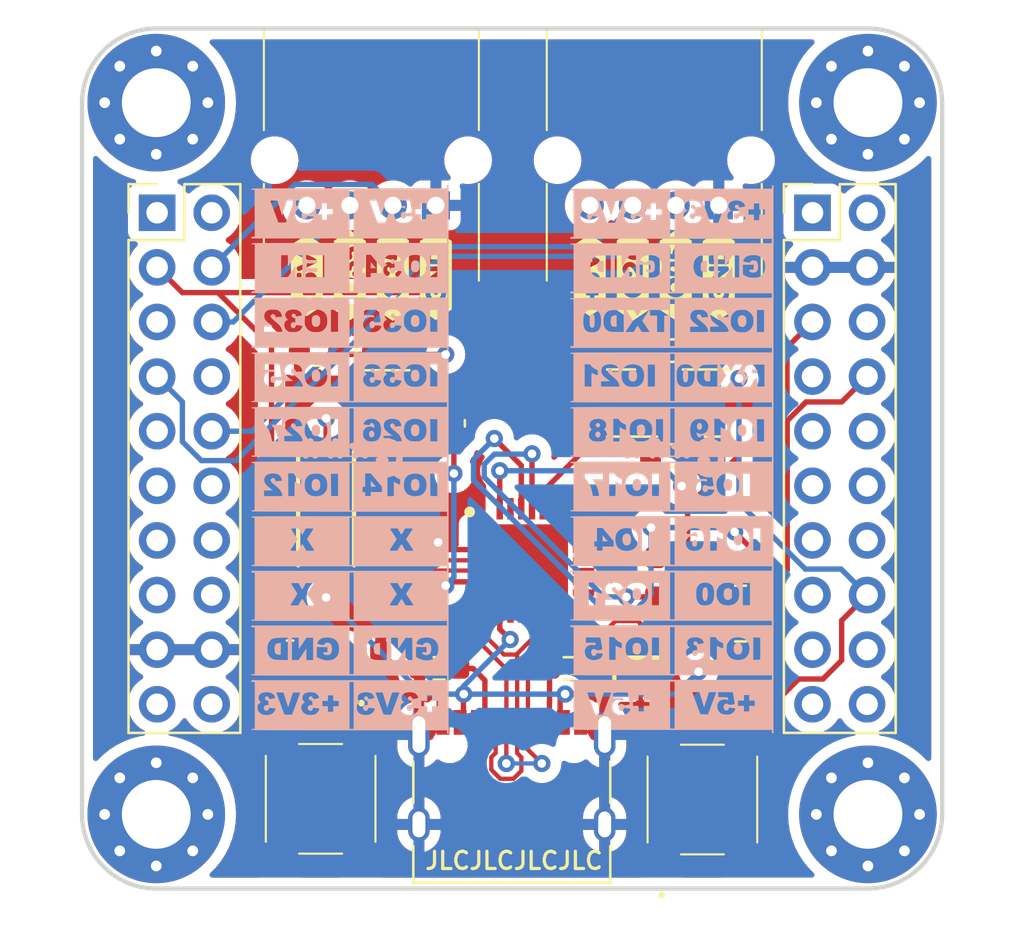
<source format=kicad_pcb>
(kicad_pcb (version 20221018) (generator pcbnew)
  (layers (0 "F.Cu" signal) (1 "In1.Cu" signal) (2 "In2.Cu" signal) (3 "In3.Cu" signal) (4 "In4.Cu" signal) (31 "B.Cu" signal) (34 "B.Paste" user) (35 "F.Paste" user) (36 "B.SilkS" user "B.Silkscreen") (37 "F.SilkS" user "F.Silkscreen") (38 "B.Mask" user) (39 "F.Mask" user) (44 "Edge.Cuts" user))
  (net 0 "")
  (net 1 "+5V")
  (net 2 "GND")
  (net 3 "+3V3")
  (net 4 "/EN")
  (net 5 "Net-(C5-Pad1)")
  (net 6 "/VBUS")
  (net 7 "Net-(C3-Pad1)")
  (net 9 "Net-(D4-Pad1)")
  (net 10 "/DTR")
  (net 11 "/RTS")
  (net 12 "/TXD0")
  (net 18 "Net-(J1-PadA5)")
  (net 20 "Net-(J1-PadB5)")
  (net 21 "/D_+")
  (net 22 "/IO34")
  (net 23 "/IO32")
  (net 24 "/IO35")
  (net 25 "/IO25")
  (net 26 "/IO33")
  (net 27 "/IO27")
  (net 28 "/IO26")
  (net 29 "/IO12")
  (net 30 "/IO14")
  (net 35 "/IO22")
  (net 36 "/IO21")
  (net 37 "/RXD0")
  (net 38 "/IO18")
  (net 39 "/IO19")
  (net 40 "/IO17")
  (net 41 "/IO5")
  (net 42 "/IO4")
  (net 43 "/IO16")
  (net 44 "/IO2")
  (net 45 "/IO0")
  (net 46 "/IO15")
  (net 47 "/IO13")
  (net 48 "Net-(Q1-Pad1)")
  (net 49 "Net-(Q2-Pad1)")
  (net 50 "/D_-")
  (net 60 "unconnected-(IC1-Pad21)")
  (net 62 "/CTS")
  (net 63 "Net-(IC1-Pad25)")
  (net 64 "Net-(IC1-Pad26)")
  (net 65 "/DSR")
  (net 68 "Net-(R10-Pad2)")
  (footprint "Resistor_SMD:R_0603_1608Metric_Pad0.98x0.95mm_HandSolder" (layer "F.Cu") (at 153.0858 101.8032)
    (fp_text reference "R3" hide)
    (fp_text value "470")
    (pad "1" smd roundrect (at -0.9125 0) (size 0.975 0.95) (layers "F.Cu" "F.Paste" "F.Mask") (net 68 "Net-(R10-Pad2)"))
    (pad "2" smd roundrect (at 0.9125 0) (size 0.975 0.95) (layers "F.Cu" "F.Paste" "F.Mask") (net 64 "Net-(IC1-Pad26)"))
  )
  (footprint "kibuzzard-642F6DD4" (layer "F.Cu") (at 146.0698 88.3666 90)
    (fp_text reference "kibuzzard-642F6DD4" hide)
    (fp_text value "G***" hide)
  )
  (footprint "kibuzzard-642F6DEF" (layer "F.Cu") (at 136.9126 88.3666 90)
    (fp_text reference "kibuzzard-642F6DEF" hide)
    (fp_text value "G***" hide)
  )
  (footprint "kibuzzard-642F6DD4" (layer "F.Cu") (at 132.9126 88.3666 90)
    (fp_text reference "kibuzzard-642F6DD4" hide)
    (fp_text value "G***" hide)
  )
  (footprint "MountingHole:MountingHole_3.2mm_M3_Pad_Via" (layer "F.Cu") (at 159.0078 80.3402)
    (fp_text reference "H2" hide)
    (fp_text value "MountingHole")
    (pad "1" thru_hole circle (at -2.4 0) (size 0.8 0.8) (drill 0.5) (layers "*.Cu" "*.Mask"))
    (pad "1" thru_hole circle (at -1.697056 -1.697056) (size 0.8 0.8) (drill 0.5) (layers "*.Cu" "*.Mask"))
    (pad "1" thru_hole circle (at -1.697056 1.697056) (size 0.8 0.8) (drill 0.5) (layers "*.Cu" "*.Mask"))
    (pad "1" thru_hole circle (at 0 -2.4) (size 0.8 0.8) (drill 0.5) (layers "*.Cu" "*.Mask"))
    (pad "1" thru_hole circle (at 0 0) (size 6.4 6.4) (drill 3.2) (layers "*.Cu" "*.Mask"))
    (pad "1" thru_hole circle (at 0 2.4) (size 0.8 0.8) (drill 0.5) (layers "*.Cu" "*.Mask"))
    (pad "1" thru_hole circle (at 1.697056 -1.697056) (size 0.8 0.8) (drill 0.5) (layers "*.Cu" "*.Mask"))
    (pad "1" thru_hole circle (at 1.697056 1.697056) (size 0.8 0.8) (drill 0.5) (layers "*.Cu" "*.Mask"))
    (pad "1" thru_hole circle (at 2.4 0) (size 0.8 0.8) (drill 0.5) (layers "*.Cu" "*.Mask"))
  )
  (footprint "MountingHole:MountingHole_3.2mm_M3_Pad_Via" (layer "F.Cu") (at 125.9078 113.4402)
    (fp_text reference "H3" hide)
    (fp_text value "MountingHole")
    (pad "1" thru_hole circle (at -2.4 0) (size 0.8 0.8) (drill 0.5) (layers "*.Cu" "*.Mask"))
    (pad "1" thru_hole circle (at -1.697056 -1.697056) (size 0.8 0.8) (drill 0.5) (layers "*.Cu" "*.Mask"))
    (pad "1" thru_hole circle (at -1.697056 1.697056) (size 0.8 0.8) (drill 0.5) (layers "*.Cu" "*.Mask"))
    (pad "1" thru_hole circle (at 0 -2.4) (size 0.8 0.8) (drill 0.5) (layers "*.Cu" "*.Mask"))
    (pad "1" thru_hole circle (at 0 0) (size 6.4 6.4) (drill 3.2) (layers "*.Cu" "*.Mask"))
    (pad "1" thru_hole circle (at 0 2.4) (size 0.8 0.8) (drill 0.5) (layers "*.Cu" "*.Mask"))
    (pad "1" thru_hole circle (at 1.697056 -1.697056) (size 0.8 0.8) (drill 0.5) (layers "*.Cu" "*.Mask"))
    (pad "1" thru_hole circle (at 1.697056 1.697056) (size 0.8 0.8) (drill 0.5) (layers "*.Cu" "*.Mask"))
    (pad "1" thru_hole circle (at 2.4 0) (size 0.8 0.8) (drill 0.5) (layers "*.Cu" "*.Mask"))
  )
  (footprint "Connector_PinHeader_2.54mm:PinHeader_2x10_P2.54mm_Vertical" (layer "F.Cu") (at 156.4278 85.4602)
    (fp_text reference "J3" hide)
    (fp_text value "Conn_02x10_Odd_Even")
    (pad "1" thru_hole rect (at 0 0) (size 1.7 1.7) (drill 1) (layers "*.Cu" "*.Mask") (net 3 "+3V3"))
    (pad "2" thru_hole oval (at 2.54 0) (size 1.7 1.7) (drill 1) (layers "*.Cu" "*.Mask") (net 3 "+3V3"))
    (pad "3" thru_hole oval (at 0 2.54) (size 1.7 1.7) (drill 1) (layers "*.Cu" "*.Mask") (net 2 "GND"))
    (pad "4" thru_hole oval (at 2.54 2.54) (size 1.7 1.7) (drill 1) (layers "*.Cu" "*.Mask") (net 2 "GND"))
    (pad "5" thru_hole oval (at 0 5.08) (size 1.7 1.7) (drill 1) (layers "*.Cu" "*.Mask") (net 12 "/TXD0"))
    (pad "6" thru_hole oval (at 2.54 5.08) (size 1.7 1.7) (drill 1) (layers "*.Cu" "*.Mask") (net 35 "/IO22"))
    (pad "7" thru_hole oval (at 0 7.62) (size 1.7 1.7) (drill 1) (layers "*.Cu" "*.Mask") (net 36 "/IO21"))
    (pad "8" thru_hole oval (at 2.54 7.62) (size 1.7 1.7) (drill 1) (layers "*.Cu" "*.Mask") (net 37 "/RXD0"))
    (pad "9" thru_hole oval (at 0 10.16) (size 1.7 1.7) (drill 1) (layers "*.Cu" "*.Mask") (net 38 "/IO18"))
    (pad "10" thru_hole oval (at 2.54 10.16) (size 1.7 1.7) (drill 1) (layers "*.Cu" "*.Mask") (net 39 "/IO19"))
    (pad "11" thru_hole oval (at 0 12.7) (size 1.7 1.7) (drill 1) (layers "*.Cu" "*.Mask") (net 40 "/IO17"))
    (pad "12" thru_hole oval (at 2.54 12.7) (size 1.7 1.7) (drill 1) (layers "*.Cu" "*.Mask") (net 41 "/IO5"))
    (pad "13" thru_hole oval (at 0 15.24) (size 1.7 1.7) (drill 1) (layers "*.Cu" "*.Mask") (net 42 "/IO4"))
    (pad "14" thru_hole oval (at 2.54 15.24) (size 1.7 1.7) (drill 1) (layers "*.Cu" "*.Mask") (net 43 "/IO16"))
    (pad "15" thru_hole oval (at 0 17.78) (size 1.7 1.7) (drill 1) (layers "*.Cu" "*.Mask") (net 44 "/IO2"))
    (pad "16" thru_hole oval (at 2.54 17.78) (size 1.7 1.7) (drill 1) (layers "*.Cu" "*.Mask") (net 45 "/IO0"))
    (pad "17" thru_hole oval (at 0 20.32) (size 1.7 1.7) (drill 1) (layers "*.Cu" "*.Mask") (net 46 "/IO15"))
    (pad "18" thru_hole oval (at 2.54 20.32) (size 1.7 1.7) (drill 1) (layers "*.Cu" "*.Mask") (net 47 "/IO13"))
    (pad "19" thru_hole oval (at 0 22.86) (size 1.7 1.7) (drill 1) (layers "*.Cu" "*.Mask") (net 1 "+5V"))
    (pad "20" thru_hole oval (at 2.54 22.86) (size 1.7 1.7) (drill 1) (layers "*.Cu" "*.Mask") (net 1 "+5V"))
  )
  (footprint "Resistor_SMD:R_0603_1608Metric_Pad0.98x0.95mm_HandSolder" (layer "F.Cu") (at 149.1215 102.4128 -90)
    (fp_text reference "R7" hide)
    (fp_text value "0")
    (pad "1" smd roundrect (at -0.9125 0 270) (size 0.975 0.95) (layers "F.Cu" "F.Paste" "F.Mask") (net 12 "/TXD0"))
    (pad "2" smd roundrect (at 0.9125 0 270) (size 0.975 0.95) (layers "F.Cu" "F.Paste" "F.Mask") (net 63 "Net-(IC1-Pad25)"))
  )
  (footprint "MountingHole:MountingHole_3.2mm_M3_Pad_Via" (layer "F.Cu") (at 159.0078 113.4402)
    (fp_text reference "H4" hide)
    (fp_text value "MountingHole")
    (pad "1" thru_hole circle (at -2.4 0) (size 0.8 0.8) (drill 0.5) (layers "*.Cu" "*.Mask"))
    (pad "1" thru_hole circle (at -1.697056 -1.697056) (size 0.8 0.8) (drill 0.5) (layers "*.Cu" "*.Mask"))
    (pad "1" thru_hole circle (at -1.697056 1.697056) (size 0.8 0.8) (drill 0.5) (layers "*.Cu" "*.Mask"))
    (pad "1" thru_hole circle (at 0 -2.4) (size 0.8 0.8) (drill 0.5) (layers "*.Cu" "*.Mask"))
    (pad "1" thru_hole circle (at 0 0) (size 6.4 6.4) (drill 3.2) (layers "*.Cu" "*.Mask"))
    (pad "1" thru_hole circle (at 0 2.4) (size 0.8 0.8) (drill 0.5) (layers "*.Cu" "*.Mask"))
    (pad "1" thru_hole circle (at 1.697056 -1.697056) (size 0.8 0.8) (drill 0.5) (layers "*.Cu" "*.Mask"))
    (pad "1" thru_hole circle (at 1.697056 1.697056) (size 0.8 0.8) (drill 0.5) (layers "*.Cu" "*.Mask"))
    (pad "1" thru_hole circle (at 2.4 0) (size 0.8 0.8) (drill 0.5) (layers "*.Cu" "*.Mask"))
  )
  (footprint "Package_TO_SOT_SMD:SOT-23" (layer "F.Cu") (at 152.0717 94.3102)
    (fp_text reference "Q1" hide)
    (fp_text value "SS8050")
    (pad "1" smd roundrect (at -0.9375 -0.95) (size 1.475 0.6) (layers "F.Cu" "F.Paste" "F.Mask") (net 48 "Net-(Q1-Pad1)"))
    (pad "2" smd roundrect (at -0.9375 0.95) (size 1.475 0.6) (layers "F.Cu" "F.Paste" "F.Mask") (net 10 "/DTR"))
    (pad "3" smd roundrect (at 0.9375 0) (size 1.475 0.6) (layers "F.Cu" "F.Paste" "F.Mask") (net 45 "/IO0"))
  )
  (footprint "Connector_PinHeader_2.54mm:PinHeader_2x10_P2.54mm_Vertical" (layer "F.Cu") (at 125.9478 85.4602)
    (fp_text reference "J2" hide)
    (fp_text value "Conn_02x10_Odd_Even")
    (pad "1" thru_hole rect (at 0 0) (size 1.7 1.7) (drill 1) (layers "*.Cu" "*.Mask") (net 1 "+5V"))
    (pad "2" thru_hole oval (at 2.54 0) (size 1.7 1.7) (drill 1) (layers "*.Cu" "*.Mask") (net 1 "+5V"))
    (pad "3" thru_hole oval (at 0 2.54) (size 1.7 1.7) (drill 1) (layers "*.Cu" "*.Mask") (net 4 "/EN"))
    (pad "4" thru_hole oval (at 2.54 2.54) (size 1.7 1.7) (drill 1) (layers "*.Cu" "*.Mask") (net 22 "/IO34"))
    (pad "5" thru_hole oval (at 0 5.08) (size 1.7 1.7) (drill 1) (layers "*.Cu" "*.Mask") (net 23 "/IO32"))
    (pad "6" thru_hole oval (at 2.54 5.08) (size 1.7 1.7) (drill 1) (layers "*.Cu" "*.Mask") (net 24 "/IO35"))
    (pad "7" thru_hole oval (at 0 7.62) (size 1.7 1.7) (drill 1) (layers "*.Cu" "*.Mask") (net 25 "/IO25"))
    (pad "8" thru_hole oval (at 2.54 7.62) (size 1.7 1.7) (drill 1) (layers "*.Cu" "*.Mask") (net 26 "/IO33"))
    (pad "9" thru_hole oval (at 0 10.16) (size 1.7 1.7) (drill 1) (layers "*.Cu" "*.Mask") (net 27 "/IO27"))
    (pad "10" thru_hole oval (at 2.54 10.16) (size 1.7 1.7) (drill 1) (layers "*.Cu" "*.Mask") (net 28 "/IO26"))
    (pad "11" thru_hole oval (at 0 12.7) (size 1.7 1.7) (drill 1) (layers "*.Cu" "*.Mask") (net 29 "/IO12"))
    (pad "12" thru_hole oval (at 2.54 12.7) (size 1.7 1.7) (drill 1) (layers "*.Cu" "*.Mask") (net 30 "/IO14"))
    (pad "13" thru_hole oval (at 0 15.24) (size 1.7 1.7) (drill 1) (layers "*.Cu" "*.Mask"))
    (pad "14" thru_hole oval (at 2.54 15.24) (size 1.7 1.7) (drill 1) (layers "*.Cu" "*.Mask"))
    (pad "15" thru_hole oval (at 0 17.78) (size 1.7 1.7) (drill 1) (layers "*.Cu" "*.Mask"))
    (pad "16" thru_hole oval (at 2.54 17.78) (size 1.7 1.7) (drill 1) (layers "*.Cu" "*.Mask"))
    (pad "17" thru_hole oval (at 0 20.32) (size 1.7 1.7) (drill 1) (layers "*.Cu" "*.Mask") (net 2 "GND"))
    (pad "18" thru_hole oval (at 2.54 20.32) (size 1.7 1.7) (drill 1) (layers "*.Cu" "*.Mask") (net 2 "GND"))
    (pad "19" thru_hole oval (at 0 22.86) (size 1.7 1.7) (drill 1) (layers "*.Cu" "*.Mask") (net 3 "+3V3"))
    (pad "20" thru_hole oval (at 2.54 22.86) (size 1.7 1.7) (drill 1) (layers "*.Cu" "*.Mask") (net 3 "+3V3"))
  )
  (footprint "SamacSys_Parts:S04BPASK2" (layer "F.Cu") (at 152.0698 85.1154)
    (fp_text reference "J4" hide)
    (fp_text value "S04B-PASK-2" hide)
    (pad "" np_thru_hole circle (at -7.5 -2.1) (size 1.2 1.2) (drill 1.2) (layers "*.Cu" "*.Mask"))
    (pad "" np_thru_hole circle (at 1.5 -2.1) (size 1.2 1.2) (drill 1.2) (layers "*.Cu" "*.Mask"))
    (pad "1" thru_hole rect (at 0 0) (size 1.3 1.3) (drill 0.8) (layers "*.Cu" "*.Mask") (net 2 "GND"))
    (pad "2" thru_hole circle (at -2 0) (size 1.3 1.3) (drill 0.8) (layers "*.Cu" "*.Mask") (net 25 "/IO25"))
    (pad "3" thru_hole circle (at -4 0) (size 1.3 1.3) (drill 0.8) (layers "*.Cu" "*.Mask") (net 28 "/IO26"))
    (pad "4" thru_hole circle (at -6 0) (size 1.3 1.3) (drill 0.8) (layers "*.Cu" "*.Mask") (net 1 "+5V"))
  )
  (footprint "SamacSys_Parts:U262-16XN-4BVC11" (layer "F.Cu") (at 142.4432 112.8324)
    (fp_text reference "J1" hide)
    (fp_text value "U262-161N-4BVC11")
    (pad "" np_thru_hole circle (at -2.89 -2.605) (size 0.65 0.65) (drill 0.65) (layers "*.Cu" "*.Mask"))
    (pad "" np_thru_hole circle (at 2.89 -2.605) (size 0.65 0.65) (drill 0.65) (layers "*.Cu" "*.Mask"))
    (pad "A1" smd rect (at -3.35 -3.67) (size 0.3 1.15) (layers "F.Cu" "F.Paste" "F.Mask") (net 2 "GND"))
    (pad "A4" smd rect (at -2.55 -3.67) (size 0.3 1.15) (layers "F.Cu" "F.Paste" "F.Mask") (net 6 "/VBUS"))
    (pad "A5" smd rect (at -1.25 -3.67) (size 0.3 1.15) (layers "F.Cu" "F.Paste" "F.Mask") (net 18 "Net-(J1-PadA5)"))
    (pad "A6" smd rect (at -0.25 -3.67) (size 0.3 1.15) (layers "F.Cu" "F.Paste" "F.Mask") (net 21 "/D_+"))
    (pad "A7" smd rect (at 0.25 -3.67) (size 0.3 1.15) (layers "F.Cu" "F.Paste" "F.Mask") (net 50 "/D_-"))
    (pad "A8" smd rect (at 1.25 -3.67) (size 0.3 1.15) (layers "F.Cu" "F.Paste" "F.Mask"))
    (pad "A9" smd rect (at 2.55 -3.67) (size 0.3 1.15) (layers "F.Cu" "F.Paste" "F.Mask") (net 6 "/VBUS"))
    (pad "A12" smd rect (at 3.35 -3.67) (size 0.3 1.15) (layers "F.Cu" "F.Paste" "F.Mask") (net 2 "GND"))
    (pad "B1" smd rect (at 3.05 -3.67) (size 0.3 1.15) (layers "F.Cu" "F.Paste" "F.Mask") (net 2 "GND"))
    (pad "B4" smd rect (at 2.25 -3.67) (size 0.3 1.15) (layers "F.Cu" "F.Paste" "F.Mask") (net 6 "/VBUS"))
    (pad "B5" smd rect (at 1.75 -3.67) (size 0.3 1.15) (layers "F.Cu" "F.Paste" "F.Mask") (net 20 "Net-(J1-PadB5)"))
    (pad "B6" smd rect (at 0.75 -3.67) (size 0.3 1.15) (layers "F.Cu" "F.Paste" "F.Mask") (net 21 "/D_+"))
    (pad "B7" smd rect (at -0.75 -3.67) (size 0.3 1.15) (layers "F.Cu" "F.Paste" "F.Mask") (net 50 "/D_-"))
    (pad "B8" smd rect (at -1.75 -3.67) (size 0.3 1.15) (layers "F.Cu" "F.Paste" "F.Mask"))
    (pad "B9" smd rect (at -2.25 -3.67) (size 0.3 1.15) (layers "F.Cu" "F.Paste" "F.Mask") (net 6 "/VBUS"))
    (pad "B12" smd rect (at -3.05 -3.67) (size 0.3 1.15) (layers "F.Cu" "F.Paste" "F.Mask") (net 2 "GND"))
    (pad "S1" thru_hole oval (at -4.32 -3.105) (size 1 2.1) (drill oval 0.6 1.7) (layers "*.Cu" "*.Mask") (net 2 "GND"))
    (pad "S1" thru_hole oval (at -4.32 1.075) (size 1 1.6) (drill oval 0.6 1.2) (layers "*.Cu" "*.Mask") (net 2 "GND"))
    (pad "S1" thru_hole oval (at 4.32 -3.105) (size 1 2.1) (drill oval 0.6 1.7) (layers "*.Cu" "*.Mask") (net 2 "GND"))
    (pad "S1" thru_hole oval (at 4.32 1.075) (size 1 1.6) (drill oval 0.6 1.2) (layers "*.Cu" "*.Mask") (net 2 "GND"))
  )
  (footprint "Capacitor_SMD:C_0603_1608Metric_Pad1.08x0.95mm_HandSolder" (layer "F.Cu") (at 137.2351 95.9877)
    (fp_text reference "C2" hide)
    (fp_text value "0.1uF")
    (pad "1" smd roundrect (at -0.8625 0) (size 1.075 0.95) (layers "F.Cu" "F.Paste" "F.Mask") (net 6 "/VBUS"))
    (pad "2" smd roundrect (at 0.8625 0) (size 1.075 0.95) (layers "F.Cu" "F.Paste" "F.Mask") (net 2 "GND"))
  )
  (footprint "SamacSys_Parts:TS1187ABAB" (layer "F.Cu") (at 151.3078 112.7506 90)
    (fp_text reference "S2" hide)
    (fp_text value "TS-1187A-B-A-B" hide)
    (pad "A1" smd rect (at -3 -1.875 180) (size 0.75 1) (layers "F.Cu" "F.Paste" "F.Mask") (net 2 "GND"))
    (pad "B1" smd rect (at 3 -1.875 180) (size 0.75 1) (layers "F.Cu" "F.Paste" "F.Mask") (net 2 "GND"))
    (pad "C1" smd rect (at -3 1.875 180) (size 0.75 1) (layers "F.Cu" "F.Paste" "F.Mask") (net 45 "/IO0"))
    (pad "D1" smd rect (at 3 1.875 180) (size 0.75 1) (layers "F.Cu" "F.Paste" "F.Mask") (net 45 "/IO0"))
  )
  (footprint "kibuzzard-642F6DF7" (layer "F.Cu") (at 138.9126 88.3666 90)
    (fp_text reference "kibuzzard-642F6DF7" hide)
    (fp_text value "G***" hide)
  )
  (footprint "Resistor_SMD:R_0603_1608Metric_Pad0.98x0.95mm_HandSolder" (layer "F.Cu") (at 150.6201 102.4128 -90)
    (fp_text reference "R5" hide)
    (fp_text value "NI")
    (pad "1" smd roundrect (at -0.9125 0 270) (size 0.975 0.95) (layers "F.Cu" "F.Paste" "F.Mask") (net 12 "/TXD0"))
    (pad "2" smd roundrect (at 0.9125 0 270) (size 0.975 0.95) (layers "F.Cu" "F.Paste" "F.Mask") (net 68 "Net-(R10-Pad2)"))
  )
  (footprint "SamacSys_Parts:DIOM5026X262N" (layer "F.Cu") (at 133.8072 99.3394 -90)
    (fp_text reference "D1" hide)
    (fp_text value "SS54" hide)
    (pad "1" smd rect (at -2.05 0) (size 1.45 2.2) (layers "F.Cu" "F.Paste" "F.Mask") (net 1 "+5V"))
    (pad "2" smd rect (at 2.05 0) (size 1.45 2.2) (layers "F.Cu" "F.Paste" "F.Mask") (net 6 "/VBUS"))
  )
  (footprint "SamacSys_Parts:QFN50P500X500X100-29N-D" (layer "F.Cu") (at 143.383 101.6254)
    (fp_text reference "IC1" hide)
    (fp_text value "CP2102-GMR" hide)
    (pad "1" smd rect (at -2.4 -1.5 90) (size 0.3 1) (layers "F.Cu" "F.Paste" "F.Mask"))
    (pad "2" smd rect (at -2.4 -1 90) (size 0.3 1) (layers "F.Cu" "F.Paste" "F.Mask"))
    (pad "3" smd rect (at -2.4 -0.5 90) (size 0.3 1) (layers "F.Cu" "F.Paste" "F.Mask") (net 2 "GND"))
    (pad "4" smd rect (at -2.4 0 90) (size 0.3 1) (layers "F.Cu" "F.Paste" "F.Mask") (net 21 "/D_+"))
    (pad "5" smd rect (at -2.4 0.5 90) (size 0.3 1) (layers "F.Cu" "F.Paste" "F.Mask") (net 50 "/D_-"))
    (pad "6" smd rect (at -2.4 1 90) (size 0.3 1) (layers "F.Cu" "F.Paste" "F.Mask") (net 7 "Net-(C3-Pad1)"))
    (pad "7" smd rect (at -2.4 1.5 90) (size 0.3 1) (layers "F.Cu" "F.Paste" "F.Mask") (net 6 "/VBUS"))
    (pad "8" smd rect (at -1.5 2.4) (size 0.3 1) (layers "F.Cu" "F.Paste" "F.Mask") (net 6 "/VBUS"))
    (pad "9" smd rect (at -1 2.4) (size 0.3 1) (layers "F.Cu" "F.Paste" "F.Mask"))
    (pad "10" smd rect (at -0.5 2.4) (size 0.3 1) (layers "F.Cu" "F.Paste" "F.Mask"))
    (pad "11" smd rect (at 0 2.4) (size 0.3 1) (layers "F.Cu" "F.Paste" "F.Mask"))
    (pad "12" smd rect (at 0.5 2.4) (size 0.3 1) (layers "F.Cu" "F.Paste" "F.Mask"))
    (pad "13" smd rect (at 1 2.4) (size 0.3 1) (layers "F.Cu" "F.Paste" "F.Mask"))
    (pad "14" smd rect (at 1.5 2.4) (size 0.3 1) (layers "F.Cu" "F.Paste" "F.Mask"))
    (pad "15" smd rect (at 2.4 1.5 90) (size 0.3 1) (layers "F.Cu" "F.Paste" "F.Mask"))
    (pad "16" smd rect (at 2.4 1 90) (size 0.3 1) (layers "F.Cu" "F.Paste" "F.Mask"))
    (pad "17" smd rect (at 2.4 0.5 90) (size 0.3 1) (layers "F.Cu" "F.Paste" "F.Mask"))
    (pad "18" smd rect (at 2.4 0 90) (size 0.3 1) (layers "F.Cu" "F.Paste" "F.Mask"))
    (pad "19" smd rect (at 2.4 -0.5 90) (size 0.3 1) (layers "F.Cu" "F.Paste" "F.Mask"))
    (pad "20" smd rect (at 2.4 -1 90) (size 0.3 1) (layers "F.Cu" "F.Paste" "F.Mask"))
    (pad "21" smd rect (at 2.4 -1.5 90) (size 0.3 1) (layers "F.Cu" "F.Paste" "F.Mask") (net 60 "unconnected-(IC1-Pad21)"))
    (pad "22" smd rect (at 1.5 -2.4) (size 0.3 1) (layers "F.Cu" "F.Paste" "F.Mask"))
    (pad "23" smd rect (at 1 -2.4) (size 0.3 1) (layers "F.Cu" "F.Paste" "F.Mask") (net 62 "/CTS"))
    (pad "24" smd rect (at 0.5 -2.4) (size 0.3 1) (layers "F.Cu" "F.Paste" "F.Mask") (net 11 "/RTS"))
    (pad "25" smd rect (at 0 -2.4) (size 0.3 1) (layers "F.Cu" "F.Paste" "F.Mask") (net 63 "Net-(IC1-Pad25)"))
    (pad "26" smd rect (at -0.5 -2.4) (size 0.3 1) (layers "F.Cu" "F.Paste" "F.Mask") (net 64 "Net-(IC1-Pad26)"))
    (pad "27" smd rect (at -1 -2.4) (size 0.3 1) (layers "F.Cu" "F.Paste" "F.Mask") (net 65 "/DSR"))
    (pad "28" smd rect (at -1.5 -2.4) (size 0.3 1) (layers "F.Cu" "F.Paste" "F.Mask") (net 10 "/DTR"))
    (pad "29" smd rect (at 0 0) (size 3.35 3.35) (layers "F.Cu" "F.Paste" "F.Mask") (net 2 "GND"))
  )
  (footprint "Resistor_SMD:R_0603_1608Metric_Pad0.98x0.95mm_HandSolder" (layer "F.Cu") (at 149.7349 91.8718)
    (fp_text reference "R1" hide)
    (fp_text value "10k")
    (pad "1" smd roundrect (at -0.9125 0) (size 0.975 0.95) (layers "F.Cu" "F.Paste" "F.Mask") (net 11 "/RTS"))
    (pad "2" smd roundrect (at 0.9125 0) (size 0.975 0.95) (layers "F.Cu" "F.Paste" "F.Mask") (net 48 "Net-(Q1-Pad1)"))
  )
  (footprint "Capacitor_SMD:C_0603_1608Metric_Pad1.08x0.95mm_HandSolder" (layer "F.Cu") (at 132.1308 104.394 180)
    (fp_text reference "C4" hide)
    (fp_text value "0.1uF")
    (pad "1" smd roundrect (at -0.8625 0 180) (size 1.075 0.95) (layers "F.Cu" "F.Paste" "F.Mask") (net 2 "GND"))
    (pad "2" smd roundrect (at 0.8625 0 180) (size 1.075 0.95) (layers "F.Cu" "F.Paste" "F.Mask") (net 4 "/EN"))
  )
  (footprint "Capacitor_SMD:C_0603_1608Metric_Pad1.08x0.95mm_HandSolder" (layer "F.Cu") (at 137.2351 94.4383)
    (fp_text reference "C1" hide)
    (fp_text value "10u")
    (pad "1" smd roundrect (at -0.8625 0) (size 1.075 0.95) (layers "F.Cu" "F.Paste" "F.Mask") (net 6 "/VBUS"))
    (pad "2" smd roundrect (at 0.8625 0) (size 1.075 0.95) (layers "F.Cu" "F.Paste" "F.Mask") (net 2 "GND"))
  )
  (footprint "Resistor_SMD:R_0603_1608Metric_Pad0.98x0.95mm_HandSolder" (layer "F.Cu") (at 153.0858 104.8766 180)
    (fp_text reference "R11" hide)
    (fp_text value "NI")
    (pad "1" smd roundrect (at -0.9125 0 180) (size 0.975 0.95) (layers "F.Cu" "F.Paste" "F.Mask") (net 37 "/RXD0"))
    (pad "2" smd roundrect (at 0.9125 0 180) (size 0.975 0.95) (layers "F.Cu" "F.Paste" "F.Mask") (net 63 "Net-(IC1-Pad25)"))
  )
  (footprint "MountingHole:MountingHole_3.2mm_M3_Pad_Via" (layer "F.Cu") (at 125.9078 80.3402)
    (fp_text reference "H1" hide)
    (fp_text value "MountingHole")
    (pad "1" thru_hole circle (at -2.4 0) (size 0.8 0.8) (drill 0.5) (layers "*.Cu" "*.Mask"))
    (pad "1" thru_hole circle (at -1.697056 -1.697056) (size 0.8 0.8) (drill 0.5) (layers "*.Cu" "*.Mask"))
    (pad "1" thru_hole circle (at -1.697056 1.697056) (size 0.8 0.8) (drill 0.5) (layers "*.Cu" "*.Mask"))
    (pad "1" thru_hole circle (at 0 -2.4) (size 0.8 0.8) (drill 0.5) (layers "*.Cu" "*.Mask"))
    (pad "1" thru_hole circle (at 0 0) (size 6.4 6.4) (drill 3.2) (layers "*.Cu" "*.Mask"))
    (pad "1" thru_hole circle (at 0 2.4) (size 0.8 0.8) (drill 0.5) (layers "*.Cu" "*.Mask"))
    (pad "1" thru_hole circle (at 1.697056 -1.697056) (size 0.8 0.8) (drill 0.5) (layers "*.Cu" "*.Mask"))
    (pad "1" thru_hole circle (at 1.697056 1.697056) (size 0.8 0.8) (drill 0.5) (layers "*.Cu" "*.Mask"))
    (pad "1" thru_hole circle (at 2.4 0) (size 0.8 0.8) (drill 0.5) (layers "*.Cu" "*.Mask"))
  )
  (footprint "kibuzzard-642F6E25" (layer "F.Cu") (at 150.0698 88.3666 90)
    (fp_text reference "kibuzzard-642F6E25" hide)
    (fp_text value "G***" hide)
  )
  (footprint "LED_SMD:LED_0603_1608Metric_Pad1.05x0.95mm_HandSolder" (layer "F.Cu") (at 136.8806 92.0496)
    (fp_text reference "D4" hide)
    (fp_text value "PWR")
    (pad "1" smd roundrect (at -0.875 0) (size 1.05 0.95) (layers "F.Cu" "F.Paste" "F.Mask") (net 9 "Net-(D4-Pad1)"))
    (pad "2" smd roundrect (at 0.875 0) (size 1.05 0.95) (layers "F.Cu" "F.Paste" "F.Mask") (net 3 "+3V3"))
  )
  (footprint "Resistor_SMD:R_0603_1608Metric_Pad0.98x0.95mm_HandSolder" (layer "F.Cu") (at 145.1102 106.6546)
    (fp_text reference "R6" hide)
    (fp_text value "5.1k")
    (pad "1" smd roundrect (at -0.9125 0) (size 0.975 0.95) (layers "F.Cu" "F.Paste" "F.Mask") (net 20 "Net-(J1-PadB5)"))
    (pad "2" smd roundrect (at 0.9125 0) (size 0.975 0.95) (layers "F.Cu" "F.Paste" "F.Mask") (net 2 "GND"))
  )
  (footprint "Resistor_SMD:R_0603_1608Metric_Pad0.98x0.95mm_HandSolder" (layer "F.Cu") (at 139.065 106.6546 180)
    (fp_text reference "R8" hide)
    (fp_text value "5.1k")
    (pad "1" smd roundrect (at -0.9125 0 180) (size 0.975 0.95) (layers "F.Cu" "F.Paste" "F.Mask") (net 18 "Net-(J1-PadA5)"))
    (pad "2" smd roundrect (at 0.9125 0 180) (size 0.975 0.95) (layers "F.Cu" "F.Paste" "F.Mask") (net 2 "GND"))
  )
  (footprint "Resistor_SMD:R_0603_1608Metric_Pad0.98x0.95mm_HandSolder" (layer "F.Cu") (at 133.4786 92.0496 180)
    (fp_text reference "R9" hide)
    (fp_text value "1k")
    (pad "1" smd roundrect (at -0.9125 0 180) (size 0.975 0.95) (layers "F.Cu" "F.Paste" "F.Mask") (net 9 "Net-(D4-Pad1)"))
    (pad "2" smd roundrect (at 0.9125 0 180) (size 0.975 0.95) (layers "F.Cu" "F.Paste" "F.Mask") (net 2 "GND"))
  )
  (footprint "kibuzzard-642F6DE4" (layer "F.Cu") (at 134.9126 88.3666 90)
    (fp_text reference "kibuzzard-642F6DE4" hide)
    (fp_text value "G***" hide)
  )
  (footprint "Capacitor_SMD:C_0603_1608Metric_Pad1.08x0.95mm_HandSolder" (layer "F.Cu") (at 139.7508 95.2511 90)
    (fp_text reference "C3" hide)
    (fp_text value "0.1uF")
    (pad "1" smd roundrect (at -0.8625 0 90) (size 1.075 0.95) (layers "F.Cu" "F.Paste" "F.Mask") (net 7 "Net-(C3-Pad1)"))
    (pad "2" smd roundrect (at 0.8625 0 90) (size 1.075 0.95) (layers "F.Cu" "F.Paste" "F.Mask") (net 2 "GND"))
  )
  (footprint "Package_TO_SOT_SMD:SOT-23" (layer "F.Cu") (at 147.5251 94.3102 180)
    (fp_text reference "Q2" hide)
    (fp_text value "SS8050")
    (pad "1" smd roundrect (at -0.9375 -0.95 180) (size 1.475 0.6) (layers "F.Cu" "F.Paste" "F.Mask") (net 49 "Net-(Q2-Pad1)"))
    (pad "2" smd roundrect (at -0.9375 0.95 180) (size 1.475 0.6) (layers "F.Cu" "F.Paste" "F.Mask") (net 11 "/RTS"))
    (pad "3" smd roundrect (at 0.9375 0 180) (size 1.475 0.6) (layers "F.Cu" "F.Paste" "F.Mask") (net 4 "/EN"))
  )
  (footprint "SamacSys_Parts:SOT65P210X110-6N" (layer "F.Cu") (at 148.4122 106.2228 90)
    (fp_text reference "IC2" hide)
    (fp_text value "SMF05CT1G" hide)
    (pad "1" smd rect (at -0.95 -0.65 180) (size 0.4 1.05) (layers "F.Cu" "F.Paste" "F.Mask"))
    (pad "2" smd rect (at -0.95 0 180) (size 0.4 1.05) (layers "F.Cu" "F.Paste" "F.Mask") (net 2 "GND"))
    (pad "3" smd rect (at -0.95 0.65 180) (size 0.4 1.05) (layers "F.Cu" "F.Paste" "F.Mask"))
    (pad "4" smd rect (at 0.95 0.65 180) (size 0.4 1.05) (layers "F.Cu" "F.Paste" "F.Mask") (net 6 "/VBUS"))
    (pad "5" smd rect (at 0.95 0 180) (size 0.4 1.05) (layers "F.Cu" "F.Paste" "F.Mask") (net 50 "/D_-"))
    (pad "6" smd rect (at 0.95 -0.65 180) (size 0.4 1.05) (layers "F.Cu" "F.Paste" "F.Mask") (net 21 "/D_+"))
  )
  (footprint "Resistor_SMD:R_0603_1608Metric_Pad0.98x0.95mm_HandSolder" (layer "F.Cu") (at 135.4328 105.8672)
    (fp_text reference "R4" hide)
    (fp_text value "10")
    (pad "1" smd roundrect (at -0.9125 0) (size 0.975 0.95) (layers "F.Cu" "F.Paste" "F.Mask") (net 5 "Net-(C5-Pad1)"))
    (pad "2" smd roundrect (at 0.9125 0) (size 0.975 0.95) (layers "F.Cu" "F.Paste" "F.Mask") (net 2 "GND"))
  )
  (footprint "Resistor_SMD:R_0603_1608Metric_Pad0.98x0.95mm_HandSolder" (layer "F.Cu") (at 149.8111 96.7486 180)
    (fp_text reference "R2" hide)
    (fp_text value "10k")
    (pad "1" smd roundrect (at -0.9125 0 180) (size 0.975 0.95) (layers "F.Cu" "F.Paste" "F.Mask") (net 10 "/DTR"))
    (pad "2" smd roundrect (at 0.9125 0 180) (size 0.975 0.95) (layers "F.Cu" "F.Paste" "F.Mask") (net 49 "Net-(Q2-Pad1)"))
  )
  (footprint "kibuzzard-642F6DF7" (layer "F.Cu") (at 152.0698 88.3666 90)
    (fp_text reference "kibuzzard-642F6DF7" hide)
    (fp_text value "G***" hide)
  )
  (footprint "SamacSys_Parts:S04BPASK2" (layer "F.Cu") (at 138.9126 85.1154)
    (fp_text reference "J5" hide)
    (fp_text value "S04B-PASK-2" hide)
    (pad "" np_thru_hole circle (at -7.5 -2.1) (size 1.2 1.2) (drill 1.2) (layers "*.Cu" "*.Mask"))
    (pad "" np_thru_hole circle (at 1.5 -2.1) (size 1.2 1.2) (drill 1.2) (layers "*.Cu" "*.Mask"))
    (pad "1" thru_hole rect (at 0 0) (size 1.3 1.3) (drill 0.8) (layers "*.Cu" "*.Mask") (net 2 "GND"))
    (pad "2" thru_hole circle (at -2 0) (size 1.3 1.3) (drill 0.8) (layers "*.Cu" "*.Mask") (net 22 "/IO34"))
    (pad "3" thru_hole circle (at -4 0) (size 1.3 1.3) (drill 0.8) (layers "*.Cu" "*.Mask") (net 24 "/IO35"))
    (pad "4" thru_hole circle (at -6 0) (size 1.3 1.3) (drill 0.8) (layers "*.Cu" "*.Mask") (net 1 "+5V"))
  )
  (footprint "Resistor_SMD:R_0603_1608Metric_Pad0.98x0.95mm_HandSolder" (layer "F.Cu") (at 153.0858 103.3272 180)
    (fp_text reference "Rd" hide)
    (fp_text value "0")
    (pad "1" smd roundrect (at -0.9125 0 180) (size 0.975 0.95) (layers "F.Cu" "F.Paste" "F.Mask") (net 37 "/RXD0"))
    (pad "2" smd roundrect (at 0.9125 0 180) (size 0.975 0.95) (layers "F.Cu" "F.Paste" "F.Mask") (net 68 "Net-(R10-Pad2)"))
  )
  (footprint "SamacSys_Parts:TS1187ABAB" (layer "F.Cu") (at 133.5532 112.7172 -90)
    (fp_text reference "S1" hide)
    (fp_text value "TS-1187A-B-A-B" hide)
    (pad "A1" smd rect (at -3 -1.875) (size 0.75 1) (layers "F.Cu" "F.Paste" "F.Mask") (net 2 "GND"))
    (pad "B1" smd rect (at 3 -1.875) (size 0.75 1) (layers "F.Cu" "F.Paste" "F.Mask") (net 2 "GND"))
    (pad "C1" smd rect (at -3 1.875) (size 0.75 1) (layers "F.Cu" "F.Paste" "F.Mask") (net 4 "/EN"))
    (pad "D1" smd rect (at 3 1.875) (size 0.75 1) (layers "F.Cu" "F.Paste" "F.Mask") (net 4 "/EN"))
  )
  (footprint "kibuzzard-642F6E1E" (layer "F.Cu") (at 148.0698 88.3666 90)
    (fp_text reference "kibuzzard-642F6E1E" hide)
    (fp_text value "G***" hide)
  )
  (footprint "Capacitor_SMD:C_0603_1608Metric_Pad1.08x0.95mm_HandSolder" (layer "F.Cu") (at 132.1308 105.8672 180)
    (fp_text reference "C5" hide)
    (fp_text value "0.47u")
    (pad "1" smd roundrect (at -0.8625 0 180) (size 1.075 0.95) (layers "F.Cu" "F.Paste" "F.Mask") (net 5 "Net-(C5-Pad1)"))
    (pad "2" smd roundrect (at 0.8625 0 180) (size 1.075 0.95) (layers "F.Cu" "F.Paste" "F.Mask") (net 4 "/EN"))
  )
  (footprint "footprint:ConnectCube_IO_01" (layer "B.Cu") (at 149.9616 96.9264 180)
    (fp_text reference "G***" (at 0 0) (layer "B.SilkS") (effects (font (size 1.524 1.524) (thickness 0.3)) (justify mirror)))
    (fp_text value "LOGO" hide)
  )
  (footprint "kibuzzard-642EE370" (layer "B.Cu") (at 142.4578 79.6036 180)
    (fp_text reference "kibuzzard-642EE370" hide)
    (fp_text value "G***" hide)
  )
  (footprint "footprint:ConnectCube_IO_02" (layer "B.Cu") (at 135.001 96.9264 180)
    (fp_text reference "G***" (at 0 0) (layer "B.SilkS") (effects (font (size 1.524 1.524) (thickness 0.3)) (justify mirror)))
    (fp_text value "LOGO" hide)
  )
  (gr_arc (start 159.0078 76.8902) (mid 161.447318 77.900682) (end 162.4578 80.3402) (stroke (width 0.2)) (layer "Edge.Cuts"))
  (gr_line (start 125.907799 76.8902) (end 159.0078 76.8902) (stroke (width 0.2)) (layer "Edge.Cuts"))
  (gr_line (start 162.4578 80.3402) (end 162.4578 113.4402) (stroke (width 0.2)) (layer "Edge.Cuts"))
  (gr_line (start 122.4578 113.4402) (end 122.4578 80.3402) (stroke (width 0.2)) (layer "Edge.Cuts"))
  (gr_arc (start 122.4578 80.3402) (mid 123.468281 77.900682) (end 125.907799 76.8902) (stroke (width 0.2)) (layer "Edge.Cuts"))
  (gr_arc (start 162.4578 113.4402) (mid 161.447318 115.879718) (end 159.0078 116.8902) (stroke (width 0.2)) (layer "Edge.Cuts"))
  (gr_arc (start 125.9078 116.8902) (mid 123.468282 115.879718) (end 122.4578 113.4402) (stroke (width 0.2)) (layer "Edge.Cuts"))
  (gr_line (start 159.0078 116.8902) (end 125.9078 116.8902) (stroke (width 0.2)) (layer "Edge.Cuts"))
  (gr_text "JLCJLCJLCJLC" (at 142.5448 115.5954) (layer "F.SilkS") (effects (font (size 0.8 0.8))))
  (segment (start 133.8072 97.2894) (end 133.8072 95.0214) (width 0.25) (layer "F.Cu") (net 1))
  (via (at 133.8072 95.0214) (size 0.8) (drill 0.4) (layers "F.Cu" "B.Cu") (net 1))
  (segment (start 139.3524 101.1254) (end 139.0142 100.7872) (width 0.25) (layer "F.Cu") (net 2))
  (segment (start 149.352 108.5088) (end 149.4328 108.5896) (width 0.25) (layer "F.Cu") (net 2))
  (segment (start 149.4096 109.7274) (end 149.4328 109.7506) (width 0.25) (layer "F.Cu") (net 2))
  (segment (start 145.7932 109.1624) (end 146.1982 109.1624) (width 0.25) (layer "F.Cu") (net 2))
  (segment (start 139.0932 109.1624) (end 138.6882 109.1624) (width 0.25) (layer "F.Cu") (net 2))
  (segment (start 142.883 101.1254) (end 143.383 101.6254) (width 0.25) (layer "F.Cu") (net 2))
  (segment (start 138.1232 109.7274) (end 138.1232 113.9074) (width 0.25) (layer "F.Cu") (net 2))
  (segment (start 138.6882 109.1624) (end 138.1232 109.7274) (width 0.25) (layer "F.Cu") (net 2))
  (segment (start 146.7632 109.7274) (end 146.7632 113.9074) (width 0.25) (layer "F.Cu") (net 2))
  (segment (start 140.983 101.1254) (end 142.883 101.1254) (width 0.25) (layer "F.Cu") (net 2))
  (segment (start 148.6916 108.5088) (end 149.352 108.5088) (width 0.25) (layer "F.Cu") (net 2))
  (segment (start 135.4282 115.7172) (end 135.4282 109.7172) (width 0.25) (layer "F.Cu") (net 2))
  (segment (start 148.4122 108.2294) (end 148.6916 108.5088) (width 0.25) (layer "F.Cu") (net 2))
  (segment (start 149.4328 108.5896) (end 149.4328 109.7506) (width 0.25) (layer "F.Cu") (net 2))
  (segment (start 140.983 101.1254) (end 139.3524 101.1254) (width 0.25) (layer "F.Cu") (net 2))
  (segment (start 148.4122 107.1728) (end 148.4122 108.2294) (width 0.25) (layer "F.Cu") (net 2))
  (segment (start 138.113 109.7172) (end 138.1232 109.7274) (width 0.25) (layer "F.Cu") (net 2))
  (segment (start 135.4282 109.7172) (end 138.113 109.7172) (width 0.25) (layer "F.Cu") (net 2))
  (segment (start 146.1982 109.1624) (end 146.7632 109.7274) (width 0.25) (layer "F.Cu") (net 2))
  (via (at 139.0142 100.7872) (size 0.8) (drill 0.4) (layers "F.Cu" "B.Cu") (net 2))
  (segment (start 137.7556 92.0496) (end 139.3698 92.0496) (width 0.25) (layer "F.Cu") (net 3))
  (via (at 139.3698 92.0496) (size 0.8) (drill 0.4) (layers "F.Cu" "B.Cu") (net 3))
  (segment (start 127.122311 89.174711) (end 125.9478 88.0002) (width 0.25) (layer "F.Cu") (net 4))
  (segment (start 131.2683 91.65969) (end 128.783321 89.174711) (width 0.25) (layer "F.Cu") (net 4))
  (segment (start 131.6782 115.7172) (end 131.6782 109.7172) (width 0.25) (layer "F.Cu") (net 4))
  (segment (start 131.6782 108.2848) (end 131.6782 109.7172) (width 0.25) (layer "F.Cu") (net 4))
  (segment (start 141.452111 89.174711) (end 128.783321 89.174711) (width 0.25) (layer "F.Cu") (net 4))
  (segment (start 131.2683 105.8672) (end 131.2683 107.8749) (width 0.25) (layer "F.Cu") (net 4))
  (segment (start 128.783321 89.174711) (end 127.122311 89.174711) (width 0.25) (layer "F.Cu") (net 4))
  (segment (start 146.5876 94.3102) (end 141.452111 89.174711) (width 0.25) (layer "F.Cu") (net 4))
  (segment (start 131.2683 107.8749) (end 131.6782 108.2848) (width 0.25) (layer "F.Cu") (net 4))
  (segment (start 131.2683 104.394) (end 131.2683 91.65969) (width 0.25) (layer "F.Cu") (net 4))
  (segment (start 131.2683 104.394) (end 131.2683 105.8672) (width 0.25) (layer "F.Cu") (net 4))
  (segment (start 132.9933 105.8672) (end 134.5203 105.8672) (width 0.25) (layer "F.Cu") (net 5))
  (segment (start 144.6932 108.074079) (end 144.9222 107.845079) (width 0.25) (layer "F.Cu") (net 6))
  (segment (start 140.983 103.1254) (end 141.883 104.0254) (width 0.25) (layer "F.Cu") (net 6))
  (segment (start 136.3726 95.9877) (end 136.3726 94.4383) (width 0.25) (layer "F.Cu") (net 6))
  (segment (start 149.0622 105.2728) (end 149.5958 105.2728) (width 0.25) (layer "F.Cu") (net 6))
  (segment (start 144.9222 107.845079) (end 145.00972 107.757559) (width 0.25) (layer "F.Cu") (net 6))
  (segment (start 135.3132 101.3894) (end 136.3726 100.33) (width 0.25) (layer "F.Cu") (net 6))
  (segment (start 133.8072 101.3894) (end 135.3132 101.3894) (width 0.25) (layer "F.Cu") (net 6))
  (segment (start 144.6932 109.1624) (end 144.6932 108.074079) (width 0.25) (layer "F.Cu") (net 6))
  (segment (start 140.1932 109.1624) (end 140.1932 107.8632) (width 0.25) (layer "F.Cu") (net 6))
  (segment (start 149.5958 105.2728) (end 151.13 106.807) (width 0.25) (layer "F.Cu") (net 6))
  (segment (start 141.883 104.8244) (end 142.367 105.3084) (width 0.25) (layer "F.Cu") (net 6))
  (segment (start 133.8072 101.3894) (end 133.8072 103.3526) (width 0.25) (layer "F.Cu") (net 6))
  (segment (start 141.883 104.0254) (end 141.883 104.8244) (width 0.25) (layer "F.Cu") (net 6))
  (segment (start 140.1932 107.8632) (end 140.208 107.8484) (width 0.25) (layer "F.Cu") (net 6))
  (segment (start 136.3726 100.33) (end 136.3726 95.9877) (width 0.25) (layer "F.Cu") (net 6))
  (via (at 151.13 106.807) (size 0.8) (drill 0.4) (layers "F.Cu" "B.Cu") (net 6))
  (via (at 142.367 105.3084) (size 0.8) (drill 0.4) (layers "F.Cu" "B.Cu") (net 6))
  (via (at 140.208 107.8484) (size 0.8) (drill 0.4) (layers "F.Cu" "B.Cu") (net 6))
  (via (at 133.8072 103.3526) (size 0.8) (drill 0.4) (layers "F.Cu" "B.Cu") (net 6))
  (via (at 144.9222 107.845079) (size 0.8) (drill 0.4) (layers "F.Cu" "B.Cu") (net 6))
  (segment (start 140.208 107.4674) (end 140.208 107.8484) (width 0.25) (layer "B.Cu") (net 6))
  (segment (start 140.208 107.8484) (end 144.918879 107.8484) (width 0.25) (layer "B.Cu") (net 6))
  (segment (start 138.303 107.8484) (end 140.208 107.8484) (width 0.25) (layer "B.Cu") (net 6))
  (segment (start 144.918879 107.8484) (end 144.9222 107.845079) (width 0.25) (layer "B.Cu") (net 6))
  (segment (start 150.091921 107.845079) (end 151.13 106.807) (width 0.25) (layer "B.Cu") (net 6))
  (segment (start 142.367 105.3084) (end 140.208 107.4674) (width 0.25) (layer "B.Cu") (net 6))
  (segment (start 144.9222 107.845079) (end 150.091921 107.845079) (width 0.25) (layer "B.Cu") (net 6))
  (segment (start 133.8072 103.3526) (end 138.303 107.8484) (width 0.25) (layer "B.Cu") (net 6))
  (segment (start 140.983 102.6254) (end 139.5443 102.6254) (width 0.25) (layer "F.Cu") (net 7))
  (segment (start 139.7508 96.1136) (end 139.7508 97.5868) (width 0.25) (layer "F.Cu") (net 7))
  (segment (start 139.5443 102.6254) (end 139.3698 102.7999) (width 0.25) (layer "F.Cu") (net 7))
  (via (at 139.3698 102.7999) (size 0.8) (drill 0.4) (layers "F.Cu" "B.Cu") (net 7))
  (via (at 139.7508 97.5868) (size 0.8) (drill 0.4) (layers "F.Cu" "B.Cu") (net 7))
  (segment (start 139.7508 97.5868) (end 139.7508 102.4189) (width 0.25) (layer "B.Cu") (net 7))
  (segment (start 139.7508 102.4189) (end 139.3698 102.7999) (width 0.25) (layer "B.Cu") (net 7))
  (segment (start 134.3911 92.0496) (end 136.0056 92.0496) (width 0.25) (layer "F.Cu") (net 9))
  (segment (start 141.883 97.4612) (end 141.8844 97.4598) (width 0.25) (layer "F.Cu") (net 10))
  (segment (start 151.1342 95.2602) (end 151.1342 96.3888) (width 0.25) (layer "F.Cu") (net 10))
  (segment (start 150.7236 97.79) (end 150.3426 98.171) (width 0.25) (layer "F.Cu") (net 10))
  (segment (start 141.883 99.2254) (end 141.883 97.4612) (width 0.25) (layer "F.Cu") (net 10))
  (segment (start 151.1342 96.3888) (end 150.7744 96.7486) (width 0.25) (layer "F.Cu") (net 10))
  (segment (start 150.7236 96.7486) (end 150.7236 97.79) (width 0.25) (layer "F.Cu") (net 10))
  (via (at 141.8844 97.4598) (size 0.8) (drill 0.4) (layers "F.Cu" "B.Cu") (net 10))
  (via (at 150.3426 98.171) (size 0.8) (drill 0.4) (layers "F.Cu" "B.Cu") (net 10))
  (segment (start 150.3426 98.171) (end 149.6314 97.4598) (width 0.25) (layer "B.Cu") (net 10))
  (segment (start 149.6314 97.4598) (end 141.8844 97.4598) (width 0.25) (layer "B.Cu") (net 10))
  (segment (start 148.4626 93.3602) (end 148.4626 92.2824) (width 0.25) (layer "F.Cu") (net 11))
  (segment (start 148.4626 93.846778) (end 143.883 98.426378) (width 0.25) (layer "F.Cu") (net 11))
  (segment (start 148.4626 92.2824) (end 148.8732 91.8718) (width 0.25) (layer "F.Cu") (net 11))
  (segment (start 143.883 98.426378) (end 143.883 99.2254) (width 0.25) (layer "F.Cu") (net 11))
  (segment (start 148.4626 93.3602) (end 148.4626 93.846778) (width 0.25) (layer "F.Cu") (net 11))
  (segment (start 155.2448 91.7232) (end 156.4278 90.5402) (width 0.25) (layer "F.Cu") (net 12))
  (segment (start 150.6201 101.5003) (end 149.1215 101.5003) (width 0.25) (layer "F.Cu") (net 12))
  (segment (start 155.2448 94.506472) (end 155.2448 91.7232) (width 0.25) (layer "F.Cu") (net 12))
  (segment (start 150.6201 99.131172) (end 155.2448 94.506472) (width 0.25) (layer "F.Cu") (net 12))
  (segment (start 150.6201 101.5003) (end 150.6201 99.131172) (width 0.25) (layer "F.Cu") (net 12))
  (segment (start 141.1932 107.208) (end 141.1932 109.1624) (width 0.25) (layer "F.Cu") (net 18))
  (segment (start 140.6398 106.6546) (end 141.1932 107.208) (width 0.25) (layer "F.Cu") (net 18))
  (segment (start 139.9775 106.6546) (end 140.6398 106.6546) (width 0.25) (layer "F.Cu") (net 18))
  (segment (start 144.1932 108.2358) (end 144.1932 109.1624) (width 0.25) (layer "F.Cu") (net 20))
  (segment (start 144.1977 108.2313) (end 144.1932 108.2358) (width 0.25) (layer "F.Cu") (net 20))
  (segment (start 144.1977 106.6546) (end 144.1977 108.2313) (width 0.25) (layer "F.Cu") (net 20))
  (segment (start 144.0028 105.2728) (end 143.1932 106.0824) (width 0.2) (layer "F.Cu") (net 21))
  (segment (start 142.1892 111.0742) (end 142.1892 109.1664) (width 0.2) (layer "F.Cu") (net 21))
  (segment (start 142.1932 106.688865) (end 141.088535 105.5842) (width 0.2) (layer "F.Cu") (net 21))
  (segment (start 137.4176 102.6244) (end 138.4166 101.6254) (width 0.2) (layer "F.Cu") (net 21))
  (segment (start 138.4166 101.6254) (end 140.983 101.6254) (width 0.2) (layer "F.Cu") (net 21))
  (segment (start 143.8402 111.0742) (end 143.1932 110.4272) (width 0.2) (layer "F.Cu") (net 21))
  (segment (start 140.983 101.6254) (end 140.633 101.6254) (width 0.2) (layer "F.Cu") (net 21))
  (segment (start 141.088535 105.5842) (end 138.8194 105.5842) (width 0.2) (layer "F.Cu") (net 21))
  (segment (start 143.1932 106.0824) (end 143.1932 109.1624) (width 0.2) (layer "F.Cu") (net 21))
  (segment (start 142.1892 109.1664) (end 142.1932 109.1624) (width 0.2) (layer "F.Cu") (net 21))
  (segment (start 138.8194 105.5842) (end 137.4176 104.1824) (width 0.2) (layer "F.Cu") (net 21))
  (segment (start 147.7622 105.2728) (end 144.0028 105.2728) (width 0.2) (layer "F.Cu") (net 21))
  (segment (start 143.1932 110.4272) (end 143.1932 109.1624) (width 0.2) (layer "F.Cu") (net 21))
  (segment (start 142.1932 109.1624) (end 142.1932 106.688865) (width 0.2) (layer "F.Cu") (net 21))
  (segment (start 140.633 101.6254) (end 140.608 101.6504) (width 0.2) (layer "F.Cu") (net 21))
  (segment (start 137.4176 104.1824) (end 137.4176 102.6244) (width 0.2) (layer "F.Cu") (net 21))
  (via (at 143.8402 111.0742) (size 0.8) (drill 0.4) (layers "F.Cu" "B.Cu") (net 21))
  (via (at 142.1892 111.0742) (size 0.8) (drill 0.4) (layers "F.Cu" "B.Cu") (net 21))
  (segment (start 142.1892 111.0742) (end 143.8402 111.0742) (width 0.2) (layer "B.Cu") (net 21))
  (segment (start 128.4878 88.0002) (end 132.347111 84.140889) (width 0.25) (layer "B.Cu") (net 22))
  (segment (start 135.938089 84.140889) (end 136.9126 85.1154) (width 0.25) (layer "B.Cu") (net 22))
  (segment (start 132.347111 84.140889) (end 135.938089 84.140889) (width 0.25) (layer "B.Cu") (net 22))
  (segment (start 128.4878 90.5402) (end 129.4878 90.5402) (width 0.25) (layer "B.Cu") (net 24))
  (segment (start 129.4878 90.5402) (end 134.9126 85.1154) (width 0.25) (layer "B.Cu") (net 24))
  (segment (start 128.001301 96.985689) (end 129.62705 96.985689) (width 0.25) (layer "B.Cu") (net 25))
  (segment (start 128.001301 96.985689) (end 127.122311 96.106699) (width 0.25) (layer "B.Cu") (net 25))
  (segment (start 129.62705 96.985689) (end 139.125469 87.48727) (width 0.25) (layer "B.Cu") (net 25))
  (segment (start 127.122311 94.254711) (end 125.9478 93.0802) (width 0.25) (layer "B.Cu") (net 25))
  (segment (start 127.122311 96.106699) (end 127.122311 94.254711) (width 0.25) (layer "B.Cu") (net 25))
  (segment (start 147.69793 87.48727) (end 150.0698 85.1154) (width 0.25) (layer "B.Cu") (net 25))
  (segment (start 139.125469 87.48727) (end 147.69793 87.48727) (width 0.25) (layer "B.Cu") (net 25))
  (segment (start 146.14745 87.03775) (end 138.939272 87.03775) (width 0.25) (layer "B.Cu") (net 28))
  (segment (start 138.939272 87.03775) (end 130.356822 95.6202) (width 0.25) (layer "B.Cu") (net 28))
  (segment (start 130.356822 95.6202) (end 128.4878 95.6202) (width 0.25) (layer "B.Cu") (net 28))
  (segment (start 148.0698 85.1154) (end 146.14745 87.03775) (width 0.25) (layer "B.Cu") (net 28))
  (segment (start 153.9983 103.3272) (end 155.253289 102.072211) (width 0.25) (layer "F.Cu") (net 37))
  (segment (start 157.7886 94.2594) (end 158.9678 93.0802) (width 0.25) (layer "F.Cu") (net 37))
  (segment (start 153.9983 103.3272) (end 153.9983 104.8766) (width 0.25) (layer "F.Cu") (net 37))
  (segment (start 155.253289 102.072211) (end 155.253289 95.133701) (width 0.25) (layer "F.Cu") (net 37))
  (segment (start 156.12759 94.2594) (end 157.7886 94.2594) (width 0.25) (layer "F.Cu") (net 37))
  (segment (start 155.253289 95.133701) (end 156.12759 94.2594) (width 0.25) (layer "F.Cu") (net 37))
  (segment (start 155.787711 107.145689) (end 156.914299 107.145689) (width 0.25) (layer "F.Cu") (net 45))
  (segment (start 156.914299 107.145689) (end 157.7848 106.275188) (width 0.25) (layer "F.Cu") (net 45))
  (segment (start 157.7848 104.4232) (end 158.9678 103.2402) (width 0.25) (layer "F.Cu") (net 45))
  (segment (start 153.0092 93.1676) (end 153.0096 93.1672) (width 0.25) (layer "F.Cu") (net 45))
  (segment (start 153.1828 115.7506) (end 153.1828 109.7506) (width 0.25) (layer "F.Cu") (net 45))
  (segment (start 153.1828 109.7506) (end 155.787711 107.145689) (width 0.25) (layer "F.Cu") (net 45))
  (segment (start 153.0092 94.3102) (end 153.0092 93.1676) (width 0.25) (layer "F.Cu") (net 45))
  (segment (start 157.7848 106.275188) (end 157.7848 104.4232) (width 0.25) (layer "F.Cu") (net 45))
  (via (at 153.0096 93.1672) (size 0.8) (drill 0.4) (layers "F.Cu" "B.Cu") (net 45))
  (segment (start 157.7594 102.0318) (end 158.9678 103.2402) (width 0.25) (layer "B.Cu") (net 45))
  (segment (start 153.0096 98.94301) (end 156.09839 102.0318) (width 0.25) (layer "B.Cu") (net 45))
  (segment (start 156.09839 102.0318) (end 157.7594 102.0318) (width 0.25) (layer "B.Cu") (net 45))
  (segment (start 153.0096 93.1672) (end 153.0096 98.94301) (width 0.25) (layer "B.Cu") (net 45))
  (segment (start 151.1342 93.3602) (end 151.1342 92.3078) (width 0.25) (layer "F.Cu") (net 48))
  (segment (start 151.1342 92.3078) (end 150.6982 91.8718) (width 0.25) (layer "F.Cu") (net 48))
  (segment (start 148.4626 95.2602) (end 148.4626 96.2618) (width 0.25) (layer "F.Cu") (net 49))
  (segment (start 148.4626 96.2618) (end 148.9494 96.7486) (width 0.25) (layer "F.Cu") (net 49))
  (segment (start 141.203541 105.1342) (end 142.077252 106.007911) (width 0.2) (layer "F.Cu") (net 50))
  (segment (start 140.958 102.1004) (end 140.983 102.1254) (width 0.2) (layer "F.Cu") (net 50))
  (segment (start 143.79272 104.87328) (end 146.837698 104.87328) (width 0.2) (layer "F.Cu") (net 50))
  (segment (start 148.4122 104.5478) (end 148.4122 105.2728) (width 0.2) (layer "F.Cu") (net 50))
  (segment (start 137.8676 102.8108) (end 137.8676 103.996) (width 0.2) (layer "F.Cu") (net 50))
  (segment (start 142.658089 106.007911) (end 142.6932 105.9728) (width 0.2) (layer "F.Cu") (net 50))
  (segment (start 142.6932 106.168) (end 142.6932 109.1624) (width 0.2) (layer "F.Cu") (net 50))
  (segment (start 141.489689 110.783111) (end 141.489689 111.363948) (width 0.2) (layer "F.Cu") (net 50))
  (segment (start 142.077252 106.007911) (end 142.658089 106.007911) (width 0.2) (layer "F.Cu") (net 50))
  (segment (start 142.6932 105.9728) (end 142.6932 106.168) (width 0.2) (layer "F.Cu") (net 50))
  (segment (start 142.888711 111.416089) (end 142.888711 110.784452) (width 0.2) (layer "F.Cu") (net 50))
  (segment (start 138.578 102.1004) (end 137.8676 102.8108) (width 0.2) (layer "F.Cu") (net 50))
  (segment (start 148.312689 104.448289) (end 148.4122 104.5478) (width 0.2) (layer "F.Cu") (net 50))
  (segment (start 141.911141 111.7854) (end 142.5194 111.7854) (width 0.2) (layer "F.Cu") (net 50))
  (segment (start 141.6932 109.1624) (end 141.6932 110.5796) (width 0.2) (layer "F.Cu") (net 50))
  (segment (start 137.8676 103.996) (end 139.0058 105.1342) (width 0.2) (layer "F.Cu") (net 50))
  (segment (start 138.578 102.1004) (end 140.958 102.1004) (width 0.2) (layer "F.Cu") (net 50))
  (segment (start 141.489689 111.363948) (end 141.911141 111.7854) (width 0.2) (layer "F.Cu") (net 50))
  (segment (start 146.837698 104.87328) (end 147.262689 104.448289) (width 0.2) (layer "F.Cu") (net 50))
  (segment (start 147.262689 104.448289) (end 148.312689 104.448289) (width 0.2) (layer "F.Cu") (net 50))
  (segment (start 142.6932 105.9728) (end 143.79272 104.87328) (width 0.2) (layer "F.Cu") (net 50))
  (segment (start 142.5194 111.7854) (end 142.888711 111.416089) (width 0.2) (layer "F.Cu") (net 50))
  (segment (start 141.6932 110.5796) (end 141.489689 110.783111) (width 0.2) (layer "F.Cu") (net 50))
  (segment (start 139.0058 105.1342) (end 141.203541 105.1342) (width 0.2) (layer "F.Cu") (net 50))
  (segment (start 142.6932 109.1624) (end 142.6932 110.588941) (width 0.2) (layer "F.Cu") (net 50))
  (segment (start 142.6932 110.588941) (end 142.888711 110.784452) (width 0.2) (layer "F.Cu") (net 50))
  (segment (start 145.822 100.0864) (end 145.783 100.1254) (width 0.25) (layer "F.Cu") (net 60))
  (segment (start 149.1215 103.3253) (end 150.6728 104.8766) (width 0.25) (layer "F.Cu") (net 63))
  (segment (start 149.1215 103.3253) (end 147.7791 103.3253) (width 0.25) (layer "F.Cu") (net 63))
  (segment (start 150.6728 104.8766) (end 152.1733 104.8766) (width 0.25) (layer "F.Cu") (net 63))
  (segment (start 143.383 99.2254) (end 143.383 96.6724) (width 0.25) (layer "F.Cu") (net 63))
  (segment (start 147.7791 103.3253) (end 147.7772 103.3272) (width 0.25) (layer "F.Cu") (net 63))
  (segment (start 149.1215 103.3253) (end 149.1215 103.047278) (width 0.25) (layer "F.Cu") (net 63))
  (via (at 143.383 96.6724) (size 0.8) (drill 0.4) (layers "F.Cu" "B.Cu") (net 63))
  (via (at 147.7772 103.3272) (size 0.8) (drill 0.4) (layers "F.Cu" "B.Cu") (net 63))
  (segment (start 147.7772 103.3272) (end 146.727186 103.3272) (width 0.25) (layer "B.Cu") (net 63))
  (segment (start 146.727186 103.3272) (end 141.159889 97.759903) (width 0.25) (layer "B.Cu") (net 63))
  (segment (start 143.369689 96.685711) (end 143.383 96.6724) (width 0.25) (layer "B.Cu") (net 63))
  (segment (start 141.633875 96.685711) (end 143.369689 96.685711) (width 0.25) (layer "B.Cu") (net 63))
  (segment (start 141.159889 97.759903) (end 141.159889 97.159697) (width 0.25) (layer "B.Cu") (net 63))
  (segment (start 141.159889 97.159697) (end 141.633875 96.685711) (width 0.25) (layer "B.Cu") (net 63))
  (segment (start 153.9983 101.8032) (end 153.9983 101.4965) (width 0.25) (layer "F.Cu") (net 64))
  (segment (start 153.9983 101.4965) (end 152.8064 100.3046) (width 0.25) (layer "F.Cu") (net 64))
  (segment (start 142.883 97.2138) (end 141.6304 95.9612) (width 0.25) (layer "F.Cu") (net 64))
  (segment (start 142.883 99.2254) (end 142.883 97.2138) (width 0.25) (layer "F.Cu") (net 64))
  (via (at 141.6304 95.9612) (size 0.8) (drill 0.4) (layers "F.Cu" "B.Cu") (net 64))
  (via (at 148.9202 100.1014) (size 0.8) (drill 0.4) (layers "F.Cu" "B.Cu") (net 64))
  (via (at 152.8064 100.3046) (size 0.8) (drill 0.4) (layers "F.Cu" "B.Cu") (net 64))
  (segment (start 140.6652 96.9264) (end 141.6304 95.9612) (width 0.25) (layer "B.Cu") (net 64))
  (segment (start 148.9202 100.1014) (end 152.6032 100.1014) (width 0.25) (layer "B.Cu") (net 64))
  (segment (start 148.9202 103.208814) (end 148.065214 104.0638) (width 0.25) (layer "B.Cu") (net 64))
  (segment (start 140.6652 97.900932) (end 140.6652 96.9264) (width 0.25) (layer "B.Cu") (net 64))
  (segment (start 148.065214 104.0638) (end 146.828068 104.0638) (width 0.25) (layer "B.Cu") (net 64))
  (segment (start 148.9202 100.1014) (end 148.9202 103.208814) (width 0.25) (layer "B.Cu") (net 64))
  (segment (start 152.6032 100.1014) (end 152.8064 100.3046) (width 0.25) (layer "B.Cu") (net 64))
  (segment (start 146.828068 104.0638) (end 140.6652 97.900932) (width 0.25) (layer "B.Cu") (net 64))
  (segment (start 150.622 103.3272) (end 150.6201 103.3253) (width 0.25) (layer "F.Cu") (net 68))
  (segment (start 152.1733 103.3272) (end 150.622 103.3272) (width 0.25) (layer "F.Cu") (net 68))
  (segment (start 152.1733 103.3272) (end 152.1733 101.8032) (width 0.25) (layer "F.Cu") (net 68))
  (segment (start 152.1714 103.3253) (end 152.1733 103.3272) (width 0.25) (layer "F.Cu") (net 68))
  (zone (net 2) (net_name "GND") (layers "F&B.Cu") (connect_pads (clearance 0.508)) (min_thickness 0.254) (fill yes (thermal_gap 0.508) (thermal_bridge_width 0.508))
    (polygon (pts (xy 163.2458 117.7544) (xy 122.174 117.0178) (xy 122.047 75.565) (xy 162.9918 75.565)))
  )
)
</source>
